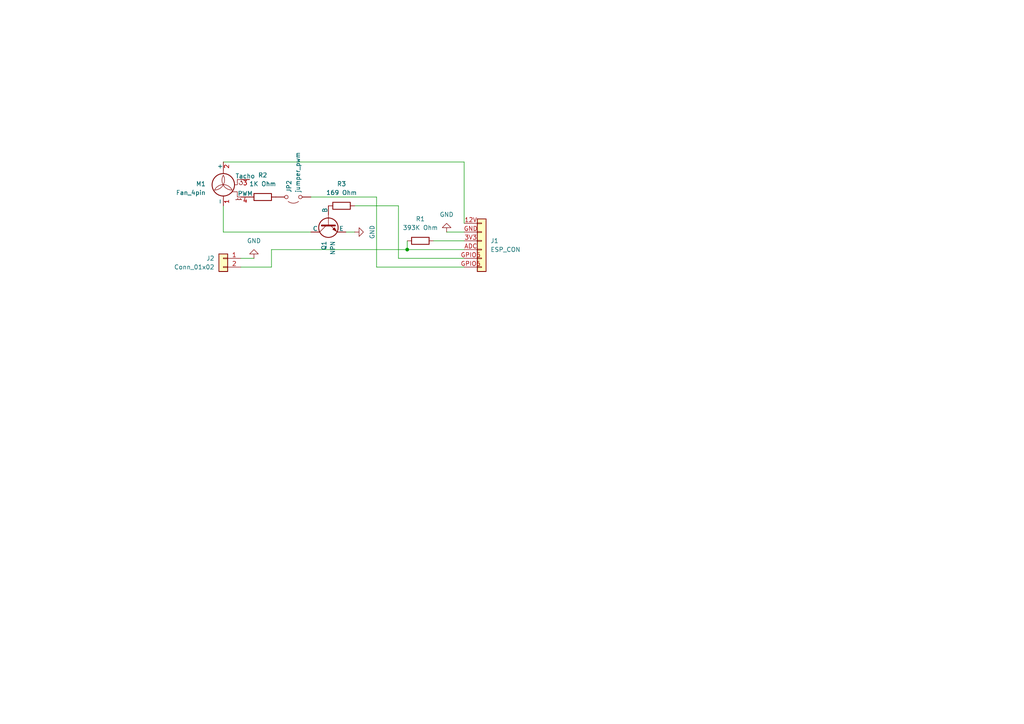
<source format=kicad_sch>
(kicad_sch (version 20231120) (generator "eeschema") (generator_version "8.0")
  (paper "A4")
  (lib_symbols
    (symbol "Connector_Generic:Conn_01x02" (pin_names (offset 1.016) hide)
      (property "Reference" "J" (at 0 2.54 0))
      (property "Value" "Conn_01x02" (at 0 -5.08 0))
      (symbol "Conn_01x02_1_1"
        (rectangle (start -1.27 -2.413) (end 0 -2.667) (stroke (width 0.1524)))
        (rectangle (start -1.27 0.127) (end 0 -0.127) (stroke (width 0.1524)))
        (rectangle (start -1.27 1.27) (end 1.27 -3.81) (stroke (width 0.254)) (fill (type background)))
        (pin passive line (at -5.08 0 0) (length 3.81) (name "Pin_1") (number "1"))
        (pin passive line (at -5.08 -2.54 0) (length 3.81) (name "Pin_2") (number "2"))
      )
    )
    (symbol "Connector_Generic:Conn_01x06" (pin_names (offset 1.016) hide)
      (property "Reference" "J1" (at 2.54 0.0001 0))
      (property "Value" "ESP_CON" (at 2.54 -2.5399 0))
      (symbol "Conn_01x06_1_1"
        (rectangle (start -1.27 -7.493) (end 0 -7.747) (stroke (width 0.1524)))
        (rectangle (start -1.27 -4.953) (end 0 -5.207) (stroke (width 0.1524)))
        (rectangle (start -1.27 -2.413) (end 0 -2.667) (stroke (width 0.1524)))
        (rectangle (start -1.27 0.127) (end 0 -0.127) (stroke (width 0.1524)))
        (rectangle (start -1.27 2.667) (end 0 2.413) (stroke (width 0.1524)))
        (rectangle (start -1.27 5.207) (end 0 4.953) (stroke (width 0.1524)))
        (rectangle (start -1.27 6.35) (end 1.27 -8.89) (stroke (width 0.254)) (fill (type background)))
        (pin passive line (at -5.08 5.08 0) (length 3.81) (name "Pin_1") (number "12V"))
        (pin passive line (at -5.08 0 0) (length 3.81) (name "Pin_3") (number "3V3"))
        (pin passive line (at -5.08 -2.54 0) (length 3.81) (name "Pin_4") (number "ADC"))
        (pin passive line (at -5.08 2.54 0) (length 3.81) (name "Pin_2") (number "GND"))
        (pin passive line (at -5.08 -5.08 0) (length 3.81) (name "Pin_5") (number "GPIO5"))
        (pin passive line (at -5.08 -7.62 0) (length 3.81) (name "Pin_6") (number "GPIO6"))
      )
    )
    (symbol "Device:R" (pin_numbers hide) (pin_names (offset 0))
      (property "Reference" "R" (at 2.032 0 90))
      (property "Value" "R" (at 0 0 90))
      (symbol "R_0_1"
        (rectangle (start -1.016 -2.54) (end 1.016 2.54) (stroke (width 0.254)))
      )
      (symbol "R_1_1"
        (pin passive line (at 0 3.81 270) (length 1.27) (name "~") (number "1"))
        (pin passive line (at 0 -3.81 90) (length 1.27) (name "~") (number "2"))
      )
    )
    (symbol "Jumper:Jumper_2_Open" (pin_numbers hide) (pin_names (offset 0) hide) (exclude_from_sim yes)
      (property "Reference" "JP" (at 0 2.794 0))
      (property "Value" "Jumper_2_Open" (at 0 -2.286 0))
      (symbol "Jumper_2_Open_0_0"
        (circle (center -2.032 0) (radius 0.508))
        (circle (center 2.032 0) (radius 0.508))
      )
      (symbol "Jumper_2_Open_0_1"
        (arc (start 1.524 1.27) (mid 0 1.778) (end -1.524 1.27))
      )
      (symbol "Jumper_2_Open_1_1"
        (pin passive line (at -5.08 0 0) (length 2.54) (name "A") (number "1"))
        (pin passive line (at 5.08 0 180) (length 2.54) (name "B") (number "2"))
      )
    )
    (symbol "Motor:Fan_4pin" (pin_names (offset 0))
      (property "Reference" "M" (at 2.54 5.08 0))
      (property "Value" "Fan_4pin" (at 2.54 -2.54 0))
      (symbol "Fan_4pin_0_0"
        (arc (start -5.588 1.524) (mid -5.08 1.0182) (end -4.572 1.524))
        (arc (start -5.08 2.032) (mid -5.4392 1.8832) (end -5.588 1.524))
        (polyline (pts (xy -5.08 2.032) (xy -5.334 2.159)))
        (polyline (pts (xy -5.08 2.032) (xy -5.207 1.778)))
        (polyline (pts (xy -4.064 2.54) (xy -4.064 1.016) (xy -3.302 1.016)))
      )
      (symbol "Fan_4pin_0_1"
        (arc (start -2.54 -0.508) (mid 0.0028 0.9121) (end 0 3.81))
        (polyline (pts (xy -4.064 2.54) (xy -5.08 2.54)))
        (polyline (pts (xy 0 -5.08) (xy 0 -4.572)))
        (polyline (pts (xy 0 -2.2352) (xy 0 -2.6416)))
        (polyline (pts (xy 0 4.2672) (xy 0 4.6228)))
        (polyline (pts (xy 0 4.572) (xy 0 5.08)))
        (polyline (pts (xy -2.54 -1.016) (xy -4.064 -1.016) (xy -4.064 -2.54) (xy -5.08 -2.54)))
        (polyline (pts (xy -5.334 -3.302) (xy -5.08 -3.302) (xy -5.08 -3.048) (xy -4.826 -3.048) (xy -4.826 -3.302) (xy -4.318 -3.302) (xy -4.318 -3.048) (xy -4.064 -3.048) (xy -4.064 -3.302) (xy -3.556 -3.302)))
        (circle (center 0 1.016) (radius 3.2512) (stroke (width 0.254)))
        (arc (start 0 3.81) (mid 0.053 0.921) (end 2.54 -0.508))
        (arc (start 2.54 -0.508) (mid 0 1.0618) (end -2.54 -0.508))
      )
      (symbol "Fan_4pin_1_1"
        (pin passive line (at 0 -5.08 90) (length 2.54) (name "-") (number "1"))
        (pin passive line (at 0 7.62 270) (length 2.54) (name "+") (number "2"))
        (pin passive line (at -7.62 2.54 0) (length 2.54) (name "Tacho") (number "3"))
        (pin input line (at -7.62 -2.54 0) (length 2.54) (name "PWM") (number "4"))
      )
    )
    (symbol "Simulation_SPICE:NPN" (pin_numbers hide) (pin_names (offset 0))
      (property "Reference" "Q" (at -2.54 7.62 0))
      (property "Value" "NPN" (at -2.54 5.08 0))
      (symbol "NPN_0_1"
        (polyline (pts (xy -2.54 0) (xy 0.635 0)) (stroke (width 0.1524)))
        (polyline (pts (xy 0.635 0.635) (xy 2.54 2.54)))
        (polyline (pts (xy 2.794 -1.27) (xy 2.794 -1.27)) (stroke (width 0.1524)))
        (polyline (pts (xy 2.794 -1.27) (xy 2.794 -1.27)) (stroke (width 0.1524)))
        (polyline (pts (xy 0.635 -0.635) (xy 2.54 -2.54) (xy 2.54 -2.54)))
        (polyline (pts (xy 0.635 1.905) (xy 0.635 -1.905) (xy 0.635 -1.905)) (stroke (width 0.508)))
        (polyline (pts (xy 1.27 -1.778) (xy 1.778 -1.27) (xy 2.286 -2.286) (xy 1.27 -1.778) (xy 1.27 -1.778)) (fill (type outline)))
        (circle (center 1.27 0) (radius 2.8194) (stroke (width 0.254)))
      )
      (symbol "NPN_1_1"
        (pin open_collector line (at 2.54 5.08 270) (length 2.54) (name "C") (number "1"))
        (pin input line (at -5.08 0 0) (length 2.54) (name "B") (number "2"))
        (pin open_emitter line (at 2.54 -5.08 90) (length 2.54) (name "E") (number "3"))
      )
    )
    (symbol "power:GND" (power) (pin_numbers hide) (pin_names (offset 0) hide)
      (property "Value" "GND" (at 0 -3.81 0))
      (symbol "GND_0_1"
        (polyline (pts (xy 0 0) (xy 0 -1.27) (xy 1.27 -1.27) (xy 0 -2.54) (xy -1.27 -1.27) (xy 0 -1.27)))
      )
      (symbol "GND_1_1"
        (pin power_in line (at 0 0 270) (length 0) (name "~") (number "1"))
      )
    )
  )
  (junction (at 118.11 72.39))
  (wire (pts (xy 90.17 57.15) (xy 109.22 57.15)))
  (wire (pts (xy 118.11 69.85) (xy 118.11 72.39)))
  (wire (pts (xy 115.57 74.93) (xy 134.62 74.93)))
  (wire (pts (xy 64.77 67.31) (xy 64.77 59.69)))
  (wire (pts (xy 109.22 57.15) (xy 109.22 77.47)))
  (wire (pts (xy 102.87 59.69) (xy 115.57 59.69)))
  (wire (pts (xy 78.74 72.39) (xy 78.74 77.47)))
  (wire (pts (xy 109.22 77.47) (xy 134.62 77.47)))
  (wire (pts (xy 134.62 72.39) (xy 118.11 72.39)))
  (wire (pts (xy 134.62 46.99) (xy 134.62 64.77)))
  (wire (pts (xy 100.33 67.31) (xy 102.87 67.31)))
  (wire (pts (xy 118.11 72.39) (xy 78.74 72.39)))
  (wire (pts (xy 78.74 77.47) (xy 69.85 77.47)))
  (wire (pts (xy 125.73 69.85) (xy 134.62 69.85)))
  (wire (pts (xy 115.57 59.69) (xy 115.57 74.93)))
  (wire (pts (xy 90.17 67.31) (xy 64.77 67.31)))
  (wire (pts (xy 129.54 67.31) (xy 134.62 67.31)))
  (wire (pts (xy 64.77 46.99) (xy 134.62 46.99)))
  (wire (pts (xy 69.85 74.93) (xy 73.66 74.93)))
  (symbol (lib_id "power:GND") (at 102.87 67.31 90) (unit 1)
    (property "Reference" "#PWR03" (effects (hide yes)))
    (property "Value" "GND" (at 107.95 67.31 0))
    (property "Description" "Power symbol creates a global label with name \"GND\" , ground" (effects (hide yes)))
  )
  (symbol (lib_id "Device:R") (at 76.2 57.15 270) (unit 1)
    (property "Reference" "R2" (at 76.2 50.8 90))
    (property "Value" "1K Ohm" (at 76.2 53.34 90))
    (property "Description" "Resistor" (effects (hide yes)))
  )
  (symbol (lib_id "Device:R") (at 99.06 59.69 90) (unit 1)
    (property "Reference" "R3" (at 99.06 53.34 90))
    (property "Value" "169 Ohm" (at 99.06 55.88 90))
    (property "Description" "Resistor" (effects (hide yes)))
  )
  (symbol (lib_id "Device:R") (at 121.92 69.85 270) (unit 1)
    (property "Reference" "R1" (at 121.92 63.5 90))
    (property "Value" "393K Ohm" (at 121.92 66.04 90))
    (property "Description" "Resistor" (effects (hide yes)))
  )
  (symbol (lib_id "power:GND") (at 129.54 67.31 0) (mirror x) (unit 1)
    (property "Reference" "#PWR01" (effects (hide yes)))
    (property "Value" "GND" (at 129.54 62.23 0))
    (property "Description" "Power symbol creates a global label with name \"GND\" , ground" (effects (hide yes)))
  )
  (symbol (lib_id "Connector_Generic:Conn_01x06") (at 139.7 69.85 0) (unit 1)
    (property "Reference" "J1" (at 142.24 69.8499 0) (effects (justify left)))
    (property "Value" "ESP_CON" (at 142.24 72.3899 0) (effects (justify left)))
    (property "Description" "Generic connector, single row, 01x06, script generated (kicad-library-utils/schlib/autogen/connector/)" (effects (hide yes)))
  )
  (symbol (lib_id "Connector_Generic:Conn_01x02") (at 64.77 74.93 0) (mirror y) (unit 1)
    (property "Reference" "J2" (at 62.23 74.9299 0) (effects (justify left)))
    (property "Value" "Conn_01x02" (at 62.23 77.4699 0) (effects (justify left)))
    (property "Description" "Generic connector, single row, 01x02, script generated (kicad-library-utils/schlib/autogen/connector/)" (effects (hide yes)))
  )
  (symbol (lib_id "power:GND") (at 73.66 74.93 0) (mirror x) (unit 1)
    (property "Reference" "#PWR02" (effects (hide yes)))
    (property "Value" "GND" (at 73.66 69.85 0))
    (property "Description" "Power symbol creates a global label with name \"GND\" , ground" (effects (hide yes)))
  )
  (symbol (lib_id "Motor:Fan_4pin") (at 64.77 54.61 0) (mirror y) (unit 1)
    (property "Reference" "M1" (at 59.69 53.3399 0) (effects (justify left)))
    (property "Value" "Fan_4pin" (at 59.69 55.8799 0) (effects (justify left)))
    (property "Datasheet" "http://www.formfactors.org/developer%5Cspecs%5Crev1_2_public.pdf" (effects (hide yes)))
    (property "Description" "Fan, tacho output, PWM input, 4-pin connector" (effects (hide yes)))
  )
  (symbol (lib_id "Simulation_SPICE:NPN") (at 95.25 64.77 90) (mirror x) (unit 1)
    (property "Reference" "Q1" (at 93.9799 69.85 0) (effects (justify left)))
    (property "Value" "NPN" (at 96.5199 69.85 0) (effects (justify left)))
    (property "Datasheet" "https://ngspice.sourceforge.io/docs/ngspice-html-manual/manual.xhtml#cha_BJTs" (effects (hide yes)))
    (property "Description" "Bipolar transistor symbol for simulation only, substrate tied to the emitter" (effects (hide yes)))
    (property "Sim.Device" "NPN" (effects (hide yes)))
    (property "Sim.Type" "GUMMELPOON" (effects (hide yes)))
    (property "Sim.Pins" "1=C 2=B 3=E" (effects (hide yes)))
  )
  (symbol (lib_id "Jumper:Jumper_2_Open") (at 85.09 57.15 180) (unit 1) (exclude_from_sim yes)
    (property "Reference" "JP2" (at 83.8199 55.88 90) (effects (justify right)))
    (property "Value" "jumper_pwm" (at 86.3599 55.88 90) (effects (justify right)))
    (property "Description" "Jumper, 2-pole, open" (effects (hide yes)))
  )
)
</source>
